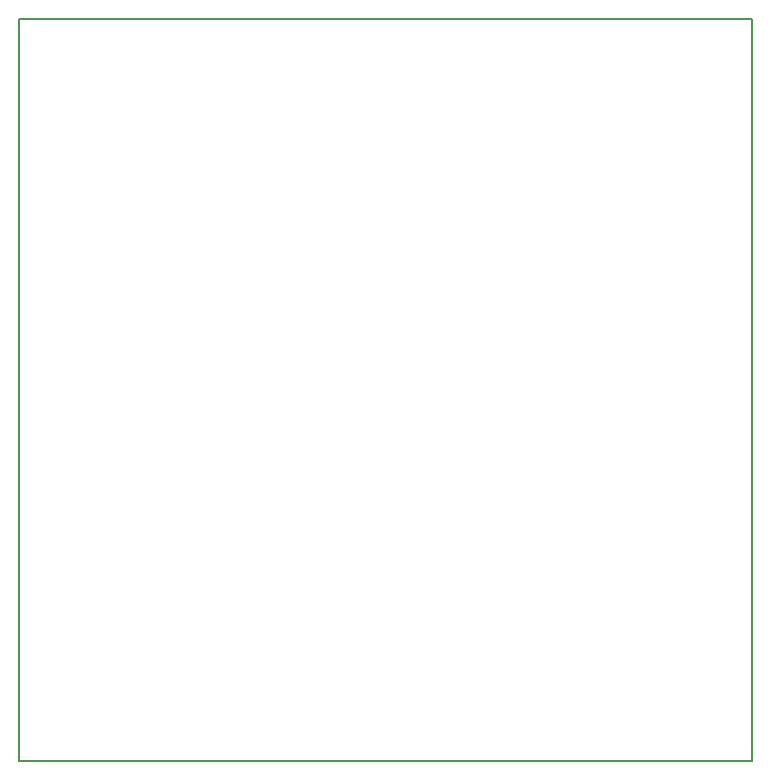
<source format=gm1>
G04 #@! TF.FileFunction,Profile,NP*
%FSLAX46Y46*%
G04 Gerber Fmt 4.6, Leading zero omitted, Abs format (unit mm)*
G04 Created by KiCad (PCBNEW 4.0.6) date 07/07/17 00:51:22*
%MOMM*%
%LPD*%
G01*
G04 APERTURE LIST*
%ADD10C,0.100000*%
%ADD11C,0.150000*%
G04 APERTURE END LIST*
D10*
D11*
X183750000Y-146250000D02*
X184000000Y-146250000D01*
X183750000Y-83500000D02*
X183750000Y-146250000D01*
X245750000Y-83500000D02*
X183750000Y-83500000D01*
X245750000Y-84000000D02*
X245750000Y-83500000D01*
X245750000Y-146000000D02*
X245750000Y-84000000D01*
X245750000Y-146250000D02*
X245750000Y-146000000D01*
X238250000Y-146250000D02*
X245750000Y-146250000D01*
X191250000Y-146250000D02*
X183750000Y-146250000D01*
X199500000Y-146250000D02*
X191250000Y-146250000D01*
X206750000Y-146250000D02*
X207000000Y-146250000D01*
X206750000Y-146250000D02*
X199500000Y-146250000D01*
X238250000Y-146250000D02*
X233250000Y-146250000D01*
X207000000Y-146250000D02*
X211000000Y-146250000D01*
X233250000Y-146250000D02*
X211000000Y-146250000D01*
M02*

</source>
